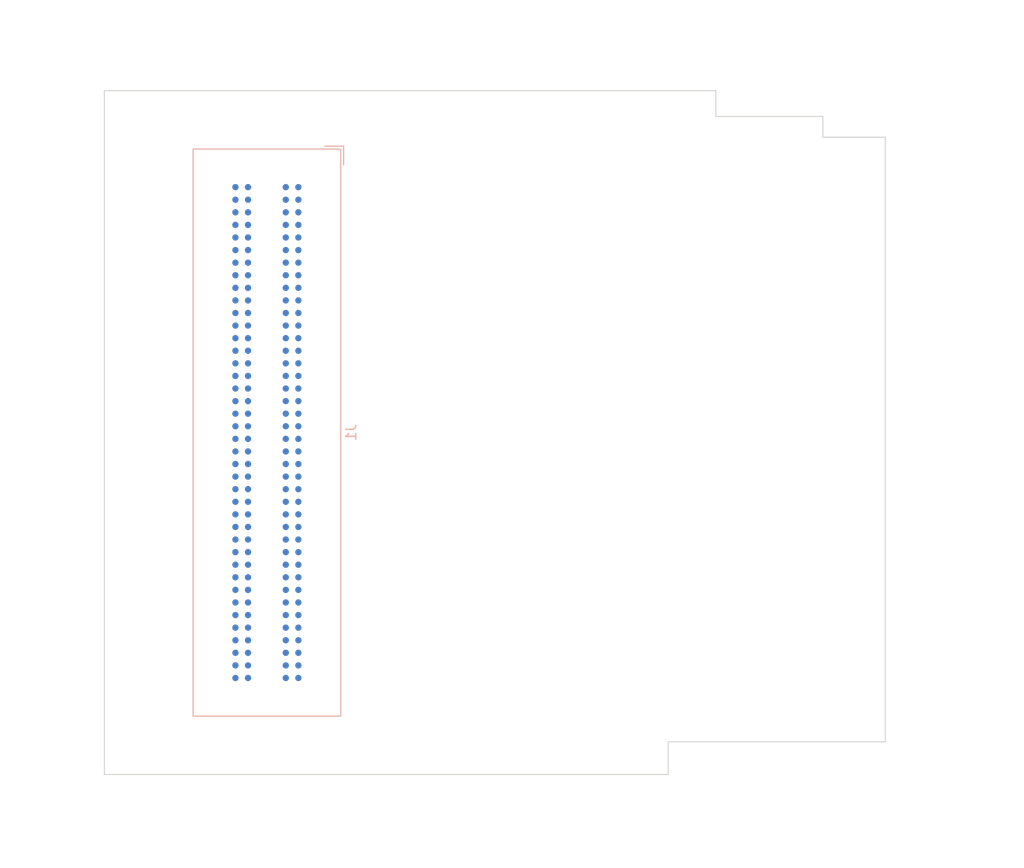
<source format=kicad_pcb>
(kicad_pcb (version 20211014) (generator pcbnew)
  (layers (0 "F.Cu" signal) (31 "B.Cu" signal) (34 "B.Paste" user) (35 "F.Paste" user) (36 "B.SilkS" user "B.Silkscreen") (37 "F.SilkS" user "F.Silkscreen") (38 "B.Mask" user) (39 "F.Mask" user) (44 "Edge.Cuts" user))
  (net 0 "")
  (footprint "MountingHole:MountingHole_2.7mm_M2.5_ISO14580" (layer "F.Cu") (at 163 114.55)
    (fp_text reference "H4" hide)
    (fp_text value "MountingHole" hide)
    (pad "" np_thru_hole circle (at 0 -0.05) (size 2.7 2.7) (drill 2.7) (layers F&B.Cu *.Mask))
  )
  (footprint "MountingHole:MountingHole_2.7mm_M2.5_ISO14580" (layer "F.Cu") (at 108.4 117)
    (fp_text reference "H1" hide)
    (fp_text value "MountingHole" hide)
    (pad "" np_thru_hole circle (at 0 0) (size 2.7 2.7) (drill 2.7) (layers *.Cu *.Mask))
  )
  (footprint "MountingHole:MountingHole_2.7mm_M2.5_ISO14580" (layer "F.Cu") (at 163 57.95)
    (fp_text reference "H3" hide)
    (fp_text value "MountingHole" hide)
    (pad "" np_thru_hole circle (at 0 0) (size 2.7 2.7) (drill 2.7) (layers *.Cu *.Mask))
  )
  (footprint "MountingHole:MountingHole_2.7mm_M2.5_ISO14580" (layer "F.Cu") (at 108.4 54)
    (fp_text reference "H2" hide)
    (fp_text value "MountingHole" hide)
    (pad "" np_thru_hole circle (at 0 0) (size 2.7 2.7) (drill 2.7) (layers *.Cu *.Mask))
  )
  (footprint "Connector_Samtec:Samtec_FMC_ASP-134604-01_4x40_Vertical" (layer "B.Cu") (at 106.4 85.5 180)
    (fp_text reference "J1" (at -8.5 0 90) (layer "B.SilkS") (effects (justify mirror)))
    (fp_text value "Samtec_ASP-134602-01")
    (fp_line (start -7.45 -28.61) (end -7.45 28.61) (layer "B.SilkS") (width 0.12))
    (fp_line (start -5.84 28.9) (end -7.74 28.9) (layer "B.SilkS") (width 0.12))
    (fp_line (start -7.74 28.9) (end -7.74 27) (layer "B.SilkS") (width 0.12))
    (fp_line (start 7.45 -28.61) (end -7.45 -28.61) (layer "B.SilkS") (width 0.12))
    (fp_line (start -7.45 28.61) (end 7.45 28.61) (layer "B.SilkS") (width 0.12))
    (fp_line (start 7.45 28.61) (end 7.45 -28.61) (layer "B.SilkS") (width 0.12))
    (pad "" np_thru_hole circle (at 0 27.19 90) (size 1.27 1.27) (drill 1.27) (layers *.Cu *.Mask))
    (pad "" np_thru_hole circle (at 3.05 -27.19 90) (size 1.27 1.27) (drill 1.27) (layers *.Cu *.Mask))
    (pad "C01" smd circle (at -3.175 24.765 90) (size 0.64 0.64) (layers "B.Cu" "B.Paste" "B.Mask"))
    (pad "C02" smd circle (at -3.175 23.495 90) (size 0.64 0.64) (layers "B.Cu" "B.Paste" "B.Mask"))
    (pad "C03" smd circle (at -3.175 22.225 90) (size 0.64 0.64) (layers "B.Cu" "B.Paste" "B.Mask"))
    (pad "C04" smd circle (at -3.175 20.955 90) (size 0.64 0.64) (layers "B.Cu" "B.Paste" "B.Mask"))
    (pad "C05" smd circle (at -3.175 19.685 90) (size 0.64 0.64) (layers "B.Cu" "B.Paste" "B.Mask"))
    (pad "C06" smd circle (at -3.175 18.415 90) (size 0.64 0.64) (layers "B.Cu" "B.Paste" "B.Mask"))
    (pad "C07" smd circle (at -3.175 17.145 90) (size 0.64 0.64) (layers "B.Cu" "B.Paste" "B.Mask"))
    (pad "C08" smd circle (at -3.175 15.875 90) (size 0.64 0.64) (layers "B.Cu" "B.Paste" "B.Mask"))
    (pad "C09" smd circle (at -3.175 14.605 90) (size 0.64 0.64) (layers "B.Cu" "B.Paste" "B.Mask"))
    (pad "C10" smd circle (at -3.175 13.335 90) (size 0.64 0.64) (layers "B.Cu" "B.Paste" "B.Mask"))
    (pad "C11" smd circle (at -3.175 12.065 90) (size 0.64 0.64) (layers "B.Cu" "B.Paste" "B.Mask"))
    (pad "C12" smd circle (at -3.175 10.795 90) (size 0.64 0.64) (layers "B.Cu" "B.Paste" "B.Mask"))
    (pad "C13" smd circle (at -3.175 9.525 90) (size 0.64 0.64) (layers "B.Cu" "B.Paste" "B.Mask"))
    (pad "C14" smd circle (at -3.175 8.255 90) (size 0.64 0.64) (layers "B.Cu" "B.Paste" "B.Mask"))
    (pad "C15" smd circle (at -3.175 6.985 90) (size 0.64 0.64) (layers "B.Cu" "B.Paste" "B.Mask"))
    (pad "C16" smd circle (at -3.175 5.715 90) (size 0.64 0.64) (layers "B.Cu" "B.Paste" "B.Mask"))
    (pad "C17" smd circle (at -3.175 4.445 90) (size 0.64 0.64) (layers "B.Cu" "B.Paste" "B.Mask"))
    (pad "C18" smd circle (at -3.175 3.175 90) (size 0.64 0.64) (layers "B.Cu" "B.Paste" "B.Mask"))
    (pad "C19" smd circle (at -3.175 1.905 90) (size 0.64 0.64) (layers "B.Cu" "B.Paste" "B.Mask"))
    (pad "C20" smd circle (at -3.175 0.635 90) (size 0.64 0.64) (layers "B.Cu" "B.Paste" "B.Mask"))
    (pad "C21" smd circle (at -3.175 -0.64 90) (size 0.64 0.64) (layers "B.Cu" "B.Paste" "B.Mask"))
    (pad "C22" smd circle (at -3.175 -1.905 90) (size 0.64 0.64) (layers "B.Cu" "B.Paste" "B.Mask"))
    (pad "C23" smd circle (at -3.175 -3.175 90) (size 0.64 0.64) (layers "B.Cu" "B.Paste" "B.Mask"))
    (pad "C24" smd circle (at -3.175 -4.445 90) (size 0.64 0.64) (layers "B.Cu" "B.Paste" "B.Mask"))
    (pad "C25" smd circle (at -3.175 -5.715 90) (size 0.64 0.64) (layers "B.Cu" "B.Paste" "B.Mask"))
    (pad "C26" smd circle (at -3.175 -6.985 90) (size 0.64 0.64) (layers "B.Cu" "B.Paste" "B.Mask"))
    (pad "C27" smd circle (at -3.175 -8.255 90) (size 0.64 0.64) (layers "B.Cu" "B.Paste" "B.Mask"))
    (pad "C28" smd circle (at -3.175 -9.525 90) (size 0.64 0.64) (layers "B.Cu" "B.Paste" "B.Mask"))
    (pad "C29" smd circle (at -3.175 -10.795 90) (size 0.64 0.64) (layers "B.Cu" "B.Paste" "B.Mask"))
    (pad "C30" smd circle (at -3.175 -12.065 90) (size 0.64 0.64) (layers "B.Cu" "B.Paste" "B.Mask"))
    (pad "C31" smd circle (at -3.175 -13.335 90) (size 0.64 0.64) (layers "B.Cu" "B.Paste" "B.Mask"))
    (pad "C32" smd circle (at -3.175 -14.605 90) (size 0.64 0.64) (layers "B.Cu" "B.Paste" "B.Mask"))
    (pad "C33" smd circle (at -3.175 -15.875 90) (size 0.64 0.64) (layers "B.Cu" "B.Paste" "B.Mask"))
    (pad "C34" smd circle (at -3.175 -17.145 90) (size 0.64 0.64) (layers "B.Cu" "B.Paste" "B.Mask"))
    (pad "C35" smd circle (at -3.175 -18.415 90) (size 0.64 0.64) (layers "B.Cu" "B.Paste" "B.Mask"))
    (pad "C36" smd circle (at -3.175 -19.685 90) (size 0.64 0.64) (layers "B.Cu" "B.Paste" "B.Mask"))
    (pad "C37" smd circle (at -3.175 -20.955 90) (size 0.64 0.64) (layers "B.Cu" "B.Paste" "B.Mask"))
    (pad "C38" smd circle (at -3.175 -22.225 90) (size 0.64 0.64) (layers "B.Cu" "B.Paste" "B.Mask"))
    (pad "C39" smd circle (at -3.175 -23.495 90) (size 0.64 0.64) (layers "B.Cu" "B.Paste" "B.Mask"))
    (pad "C40" smd circle (at -3.175 -24.765 90) (size 0.64 0.64) (layers "B.Cu" "B.Paste" "B.Mask"))
    (pad "D01" smd circle (at -1.905 24.765 90) (size 0.64 0.64) (layers "B.Cu" "B.Paste" "B.Mask"))
    (pad "D02" smd circle (at -1.905 23.495 90) (size 0.64 0.64) (layers "B.Cu" "B.Paste" "B.Mask"))
    (pad "D03" smd circle (at -1.905 22.225 90) (size 0.64 0.64) (layers "B.Cu" "B.Paste" "B.Mask"))
    (pad "D04" smd circle (at -1.905 20.955 90) (size 0.64 0.64) (layers "B.Cu" "B.Paste" "B.Mask"))
    (pad "D05" smd circle (at -1.905 19.685 90) (size 0.64 0.64) (layers "B.Cu" "B.Paste" "B.Mask"))
    (pad "D06" smd circle (at -1.905 18.415 90) (size 0.64 0.64) (layers "B.Cu" "B.Paste" "B.Mask"))
    (pad "D07" smd circle (at -1.905 17.145 90) (size 0.64 0.64) (layers "B.Cu" "B.Paste" "B.Mask"))
    (pad "D08" smd circle (at -1.905 15.875 90) (size 0.64 0.64) (layers "B.Cu" "B.Paste" "B.Mask"))
    (pad "D09" smd circle (at -1.905 14.605 90) (size 0.64 0.64) (layers "B.Cu" "B.Paste" "B.Mask"))
    (pad "D10" smd circle (at -1.905 13.335 90) (size 0.64 0.64) (layers "B.Cu" "B.Paste" "B.Mask"))
    (pad "D11" smd circle (at -1.905 12.065 90) (size 0.64 0.64) (layers "B.Cu" "B.Paste" "B.Mask"))
    (pad "D12" smd circle (at -1.905 10.795 90) (size 0.64 0.64) (layers "B.Cu" "B.Paste" "B.Mask"))
    (pad "D13" smd circle (at -1.905 9.525 90) (size 0.64 0.64) (layers "B.Cu" "B.Paste" "B.Mask"))
    (pad "D14" smd circle (at -1.905 8.255 90) (size 0.64 0.64) (layers "B.Cu" "B.Paste" "B.Mask"))
    (pad "D15" smd circle (at -1.905 6.985 90) (size 0.64 0.64) (layers "B.Cu" "B.Paste" "B.Mask"))
    (pad "D16" smd circle (at -1.905 5.715 90) (size 0.64 0.64) (layers "B.Cu" "B.Paste" "B.Mask"))
    (pad "D17" smd circle (at -1.905 4.445 90) (size 0.64 0.64) (layers "B.Cu" "B.Paste" "B.Mask"))
    (pad "D18" smd circle (at -1.905 3.175 90) (size 0.64 0.64) (layers "B.Cu" "B.Paste" "B.Mask"))
    (pad "D19" smd circle (at -1.905 1.91 90) (size 0.64 0.64) (layers "B.Cu" "B.Paste" "B.Mask"))
    (pad "D20" smd circle (at -1.905 0.635 90) (size 0.64 0.64) (layers "B.Cu" "B.Paste" "B.Mask"))
    (pad "D21" smd circle (at -1.905 -0.635 90) (size 0.64 0.64) (layers "B.Cu" "B.Paste" "B.Mask"))
    (pad "D22" smd circle (at -1.905 -1.905 90) (size 0.64 0.64) (layers "B.Cu" "B.Paste" "B.Mask"))
    (pad "D23" smd circle (at -1.905 -3.175 90) (size 0.64 0.64) (layers "B.Cu" "B.Paste" "B.Mask"))
    (pad "D24" smd circle (at -1.905 -4.445 90) (size 0.64 0.64) (layers "B.Cu" "B.Paste" "B.Mask"))
    (pad "D25" smd circle (at -1.905 -5.715 90) (size 0.64 0.64) (layers "B.Cu" "B.Paste" "B.Mask"))
    (pad "D26" smd circle (at -1.905 -6.985 90) (size 0.64 0.64) (layers "B.Cu" "B.Paste" "B.Mask"))
    (pad "D27" smd circle (at -1.905 -8.255 90) (size 0.64 0.64) (layers "B.Cu" "B.Paste" "B.Mask"))
    (pad "D28" smd circle (at -1.905 -9.525 90) (size 0.64 0.64) (layers "B.Cu" "B.Paste" "B.Mask"))
    (pad "D29" smd circle (at -1.905 -10.795 90) (size 0.64 0.64) (layers "B.Cu" "B.Paste" "B.Mask"))
    (pad "D30" smd circle (at -1.905 -12.065 90) (size 0.64 0.64) (layers "B.Cu" "B.Paste" "B.Mask"))
    (pad "D31" smd circle (at -1.905 -13.335 90) (size 0.64 0.64) (layers "B.Cu" "B.Paste" "B.Mask"))
    (pad "D32" smd circle (at -1.905 -14.605 90) (size 0.64 0.64) (layers "B.Cu" "B.Paste" "B.Mask"))
    (pad "D33" smd circle (at -1.905 -15.875 90) (size 0.64 0.64) (layers "B.Cu" "B.Paste" "B.Mask"))
    (pad "D34" smd circle (at -1.905 -17.145 90) (size 0.64 0.64) (layers "B.Cu" "B.Paste" "B.Mask"))
    (pad "D35" smd circle (at -1.905 -18.415 90) (size 0.64 0.64) (layers "B.Cu" "B.Paste" "B.Mask"))
    (pad "D36" smd circle (at -1.905 -19.685 90) (size 0.64 0.64) (layers "B.Cu" "B.Paste" "B.Mask"))
    (pad "D37" smd circle (at -1.905 -20.955 90) (size 0.64 0.64) (layers "B.Cu" "B.Paste" "B.Mask"))
    (pad "D38" smd circle (at -1.905 -22.225 90) (size 0.64 0.64) (layers "B.Cu" "B.Paste" "B.Mask"))
    (pad "D39" smd circle (at -1.905 -23.495 90) (size 0.64 0.64) (layers "B.Cu" "B.Paste" "B.Mask"))
    (pad "D40" smd circle (at -1.905 -24.765 90) (size 0.64 0.64) (layers "B.Cu" "B.Paste" "B.Mask"))
    (pad "G01" smd circle (at 1.905 24.765 90) (size 0.64 0.64) (layers "B.Cu" "B.Paste" "B.Mask"))
    (pad "G02" smd circle (at 1.905 23.495 90) (size 0.64 0.64) (layers "B.Cu" "B.Paste" "B.Mask"))
    (pad "G03" smd circle (at 1.905 22.225 90) (size 0.64 0.64) (layers "B.Cu" "B.Paste" "B.Mask"))
    (pad "G04" smd circle (at 1.905 20.955 90) (size 0.64 0.64) (layers "B.Cu" "B.Paste" "B.Mask"))
    (pad "G05" smd circle (at 1.905 19.685 90) (size 0.64 0.64) (layers "B.Cu" "B.Paste" "B.Mask"))
    (pad "G06" smd circle (at 1.905 18.415 90) (size 0.64 0.64) (layers "B.Cu" "B.Paste" "B.Mask"))
    (pad "G07" smd circle (at 1.905 17.14 90) (size 0.64 0.64) (layers "B.Cu" "B.Paste" "B.Mask"))
    (pad "G08" smd circle (at 1.905 15.875 90) (size 0.64 0.64) (layers "B.Cu" "B.Paste" "B.Mask"))
    (pad "G09" smd circle (at 1.905 14.605 90) (size 0.64 0.64) (layers "B.Cu" "B.Paste" "B.Mask"))
    (pad "G10" smd circle (at 1.905 13.335 90) (size 0.64 0.64) (layers "B.Cu" "B.Paste" "B.Mask"))
    (pad "G11" smd circle (at 1.905 12.065 90) (size 0.64 0.64) (layers "B.Cu" "B.Paste" "B.Mask"))
    (pad "G12" smd circle (at 1.905 10.795 90) (size 0.64 0.64) (layers "B.Cu" "B.Paste" "B.Mask"))
    (pad "G13" smd circle (at 1.905 9.525 90) (size 0.64 0.64) (layers "B.Cu" "B.Paste" "B.Mask"))
    (pad "G14" smd circle (at 1.905 8.255 90) (size 0.64 0.64) (layers "B.Cu" "B.Paste" "B.Mask"))
    (pad "G15" smd circle (at 1.905 6.985 90) (size 0.64 0.64) (layers "B.Cu" "B.Paste" "B.Mask"))
    (pad "G16" smd circle (at 1.905 5.715 90) (size 0.64 0.64) (layers "B.Cu" "B.Paste" "B.Mask"))
    (pad "G17" smd circle (at 1.905 4.445 90) (size 0.64 0.64) (layers "B.Cu" "B.Paste" "B.Mask"))
    (pad "G18" smd circle (at 1.905 3.17 90) (size 0.64 0.64) (layers "B.Cu" "B.Paste" "B.Mask"))
    (pad "G19" smd circle (at 1.905 1.905 90) (size 0.64 0.64) (layers "B.Cu" "B.Paste" "B.Mask"))
    (pad "G20" smd circle (at 1.905 0.635 90) (size 0.64 0.64) (layers "B.Cu" "B.Paste" "B.Mask"))
    (pad "G21" smd circle (at 1.905 -0.635 90) (size 0.64 0.64) (layers "B.Cu" "B.Paste" "B.Mask"))
    (pad "G22" smd circle (at 1.905 -1.905 90) (size 0.64 0.64) (layers "B.Cu" "B.Paste" "B.Mask"))
    (pad "G23" smd circle (at 1.905 -3.175 90) (size 0.64 0.64) (layers "B.Cu" "B.Paste" "B.Mask"))
    (pad "G24" smd circle (at 1.905 -4.445 90) (size 0.64 0.64) (layers "B.Cu" "B.Paste" "B.Mask"))
    (pad "G25" smd circle (at 1.905 -5.71 90) (size 0.64 0.64) (layers "B.Cu" "B.Paste" "B.Mask"))
    (pad "G26" smd circle (at 1.905 -6.985 90) (size 0.64 0.64) (layers "B.Cu" "B.Paste" "B.Mask"))
    (pad "G27" smd circle (at 1.905 -8.255 90) (size 0.64 0.64) (layers "B.Cu" "B.Paste" "B.Mask"))
    (pad "G28" smd circle (at 1.905 -9.525 90) (size 0.64 0.64) (layers "B.Cu" "B.Paste" "B.Mask"))
    (pad "G29" smd circle (at 1.905 -10.795 90) (size 0.64 0.64) (layers "B.Cu" "B.Paste" "B.Mask"))
    (pad "G30" smd circle (at 1.905 -12.065 90) (size 0.64 0.64) (layers "B.Cu" "B.Paste" "B.Mask"))
    (pad "G31" smd circle (at 1.905 -13.335 90) (size 0.64 0.64) (layers "B.Cu" "B.Paste" "B.Mask"))
    (pad "G32" smd circle (at 1.905 -14.605 90) (size 0.64 0.64) (layers "B.Cu" "B.Paste" "B.Mask"))
    (pad "G33" smd circle (at 1.905 -15.875 90) (size 0.64 0.64) (layers "B.Cu" "B.Paste" "B.Mask"))
    (pad "G34" smd circle (at 1.905 -17.145 90) (size 0.64 0.64) (layers "B.Cu" "B.Paste" "B.Mask"))
    (pad "G35" smd circle (at 1.905 -18.415 90) (size 0.64 0.64) (layers "B.Cu" "B.Paste" "B.Mask"))
    (pad "G36" smd circle (at 1.905 -19.685 90) (size 0.64 0.64) (layers "B.Cu" "B.Paste" "B.Mask"))
    (pad "G37" smd circle (at 1.905 -20.955 90) (size 0.64 0.64) (layers "B.Cu" "B.Paste" "B.Mask"))
    (pad "G38" smd circle (at 1.905 -22.225 90) (size 0.64 0.64) (layers "B.Cu" "B.Paste" "B.Mask"))
    (pad "G39" smd circle (at 1.905 -23.495 90) (size 0.64 0.64) (layers "B.Cu" "B.Paste" "B.Mask"))
    (pad "G40" smd circle (at 1.905 -24.765 90) (size 0.64 0.64) (layers "B.Cu" "B.Paste" "B.Mask"))
    (pad "H01" smd circle (at 3.175 24.765 90) (size 0.64 0.64) (layers "B.Cu" "B.Paste" "B.Mask"))
    (pad "H02" smd circle (at 3.175 23.495 90) (size 0.64 0.64) (layers "B.Cu" "B.Paste" "B.Mask"))
    (pad "H03" smd circle (at 3.175 22.225 90) (size 0.64 0.64) (layers "B.Cu" "B.Paste" "B.Mask"))
    (pad "H04" smd circle (at 3.175 20.955 90) (size 0.64 0.64) (layers "B.Cu" "B.Paste" "B.Mask"))
    (pad "H05" smd circle (at 3.175 19.685 90) (size 0.64 0.64) (layers "B.Cu" "B.Paste" "B.Mask"))
    (pad "H06" smd circle (at 3.175 18.415 90) (size 0.64 0.64) (layers "B.Cu" "B.Paste" "B.Mask"))
    (pad "H07" smd circle (at 3.175 17.14 90) (size 0.64 0.64) (layers "B.Cu" "B.Paste" "B.Mask"))
    (pad "H08" smd circle (at 3.175 15.875 90) (size 0.64 0.64) (layers "B.Cu" "B.Paste" "B.Mask"))
    (pad "H09" smd circle (at 3.175 14.605 90) (size 0.64 0.64) (layers "B.Cu" "B.Paste" "B.Mask"))
    (pad "H10" smd circle (at 3.175 13.335 90) (size 0.64 0.64) (layers "B.Cu" "B.Paste" "B.Mask"))
    (pad "H11" smd circle (at 3.175 12.065 90) (size 0.64 0.64) (layers "B.Cu" "B.Paste" "B.Mask"))
    (pad "H12" smd circle (at 3.175 10.795 90) (size 0.64 0.64) (layers "B.Cu" "B.Paste" "B.Mask"))
    (pad "H13" smd circle (at 3.175 9.525 90) (size 0.64 0.64) (layers "B.Cu" "B.Paste" "B.Mask"))
    (pad "H14" smd circle (at 3.175 8.255 90) (size 0.64 0.64) (layers "B.Cu" "B.Paste" "B.Mask"))
    (pad "H15" smd circle (at 3.175 6.985 90) (size 0.64 0.64) (layers "B.Cu" "B.Paste" "B.Mask"))
    (pad "H16" smd circle (at 3.175 5.715 90) (size 0.64 0.64) (layers "B.Cu" "B.Paste" "B.Mask"))
    (pad "H17" smd circle (at 3.175 4.445 90) (size 0.64 0.64) (layers "B.Cu" "B.Paste" "B.Mask"))
    (pad "H18" smd circle (at 3.175 3.17 90) (size 0.64 0.64) (layers "B.Cu" "B.Paste" "B.Mask"))
    (pad "H19" smd circle (at 3.175 1.905 90) (size 0.64 0.64) (layers "B.Cu" "B.Paste" "B.Mask"))
    (pad "H20" smd circle (at 3.175 0.635 90) (size 0.64 0.64) (layers "B.Cu" "B.Paste" "B.Mask"))
    (pad "H21" smd circle (at 3.175 -0.635 90) (size 0.64 0.64) (layers "B.Cu" "B.Paste" "B.Mask"))
    (pad "H22" smd circle (at 3.175 -1.905 90) (size 0.64 0.64) (layers "B.Cu" "B.Paste" "B.Mask"))
    (pad "H23" smd circle (at 3.175 -3.175 90) (size 0.64 0.64) (layers "B.Cu" "B.Paste" "B.Mask"))
    (pad "H24" smd circle (at 3.175 -4.445 90) (size 0.64 0.64) (layers "B.Cu" "B.Paste" "B.Mask"))
    (pad "H25" smd circle (at 3.175 -5.715 90) (size 0.64 0.64) (layers "B.Cu" "B.Paste" "B.Mask"))
    (pad "H26" smd circle (at 3.175 -6.985 90) (size 0.64 0.64) (layers "B.Cu" "B.Paste" "B.Mask"))
    (pad "H27" smd circle (at 3.175 -8.255 90) (size 0.64 0.64) (layers "B.Cu" "B.Paste" "B.Mask"))
    (pad "H28" smd circle (at 3.175 -9.525 90) (size 0.64 0.64) (layers "B.Cu" "B.Paste" "B.Mask"))
    (pad "H29" smd circle (at 3.175 -10.795 90) (size 0.64 0.64) (layers "B.Cu" "B.Paste" "B.Mask"))
    (pad "H30" smd circle (at 3.175 -12.065 90) (size 0.64 0.64) (layers "B.Cu" "B.Paste" "B.Mask"))
    (pad "H31" smd circle (at 3.175 -13.335 90) (size 0.64 0.64) (layers "B.Cu" "B.Paste" "B.Mask"))
    (pad "H32" smd circle (at 3.175 -14.605 90) (size 0.64 0.64) (layers "B.Cu" "B.Paste" "B.Mask"))
    (pad "H33" smd circle (at 3.175 -15.875 90) (size 0.64 0.64) (layers "B.Cu" "B.Paste" "B.Mask"))
    (pad "H34" smd circle (at 3.175 -17.145 90) (size 0.64 0.64) (layers "B.Cu" "B.Paste" "B.Mask"))
    (pad "H35" smd circle (at 3.175 -18.415 90) (size 0.64 0.64) (layers "B.Cu" "B.Paste" "B.Mask"))
    (pad "H36" smd circle (at 3.175 -19.685 90) (size 0.64 0.64) (layers "B.Cu" "B.Paste" "B.Mask"))
    (pad "H37" smd circle (at 3.175 -20.955 90) (size 0.64 0.64) (layers "B.Cu" "B.Paste" "B.Mask"))
    (pad "H38" smd circle (at 3.175 -22.225 90) (size 0.64 0.64) (layers "B.Cu" "B.Paste" "B.Mask"))
    (pad "H39" smd circle (at 3.175 -23.495 90) (size 0.64 0.64) (layers "B.Cu" "B.Paste" "B.Mask"))
    (pad "H40" smd circle (at 3.175 -24.765 90) (size 0.64 0.64) (layers "B.Cu" "B.Paste" "B.Mask"))
  )
  (gr_line (start 168.8 55.7) (end 162.5 55.7) (layer "Edge.Cuts") (width 0.1))
  (gr_line (start 146.9 120) (end 146.9 116.7) (layer "Edge.Cuts") (width 0.1))
  (gr_line (start 90 51) (end 151.7 51) (layer "Edge.Cuts") (width 0.1))
  (gr_line (start 90 120) (end 90 51) (layer "Edge.Cuts") (width 0.1))
  (gr_line (start 168.8 116.7) (end 168.8 55.7) (layer "Edge.Cuts") (width 0.1))
  (gr_line (start 146.9 116.7) (end 168.8 116.7) (layer "Edge.Cuts") (width 0.1))
  (gr_line (start 146.9 120) (end 90 120) (layer "Edge.Cuts") (width 0.1))
  (gr_line (start 162.5 53.6) (end 151.7 53.6) (layer "Edge.Cuts") (width 0.1))
  (gr_line (start 151.7 53.6) (end 151.7 51) (layer "Edge.Cuts") (width 0.1))
  (gr_line (start 162.5 55.7) (end 162.5 53.6) (layer "Edge.Cuts") (width 0.1))
)
</source>
